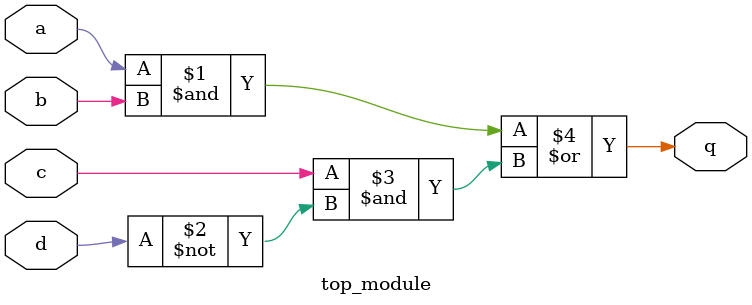
<source format=sv>
module top_module (
  input a,
  input b,
  input c,
  input d,
  output q
);
  
  assign q = (a & b) | (c & ~d);
  
endmodule

</source>
